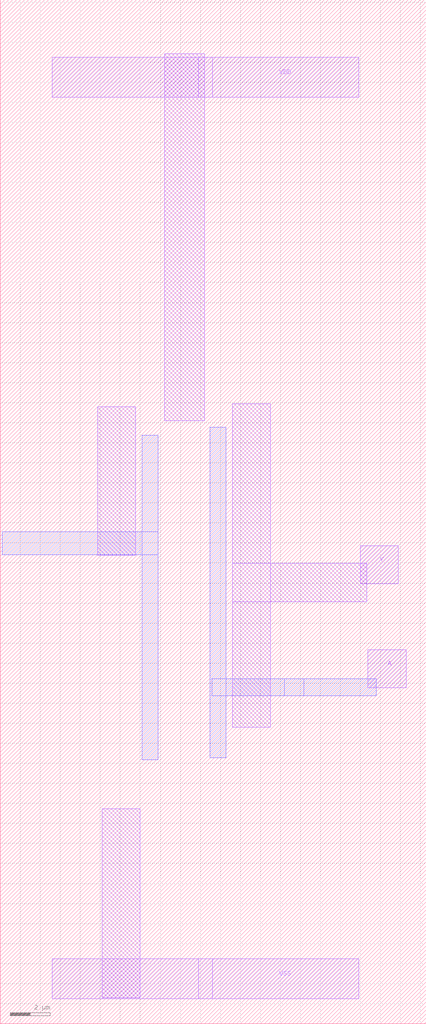
<source format=lef>
MACRO Nand
	CLASS core ;
	FOREIGN Nand 0.000 0.000 ;
	ORIGIN 0.000 0.000 ;
	SYMMETRY X Y ;
	SITE CoreSite ;
	SIZE 21.289 BY 51.103 ;

	PIN A
		DIRECTION INPUT ;
		USE SIGNAL ;
		PORT
			LAYER M1 ;
			RECT 18.380 16.775 20.280 18.675 ;
		END
	END A

	PIN B
		DIRECTION INPUT ;
		USE SIGNAL ;
		PORT
			LAYER M1;
			RECT -0.180 24.068 1.720 25.968 ;
		END
	END B

	PIN Y
		DIRECTION OUTPUT ;
		USE SIGNAL ;
		PORT 
			LAYER M1 ;
			RECT 17.988 21.970 19.888 23.870 ;
		END
	END Y

	PIN VDD
		DIRECTION INOUT ;
		USE POWER ;
		PORT
			LAYER M1 ;
			RECT 2.600 46.247 10.600 48.247 ;
			RECT 9.919 46.250 17.919 48.250 ;
		END
	END VDD

	PIN VSS
		DIRECTION INOUT ;
		USE GROUND ;
		PORT
			LAYER M1 ;
			RECT 2.600 1.247 10.600 3.247 ;
			RECT 9.919 1.250 17.919 3.250 ;
		END
	END VSS

	OBS
		LAYER M1 ;
			RECT 8.216 30.108 10.219 48.426 ;
			RECT 4.875 23.396 6.775 30.802 ;
			RECT 11.603 14.797 13.503 30.937 ;
			RECT 11.608 21.072 18.307 22.980 ;
			RECT 5.089 1.292 6.989 10.727 ;
		LAYER POLY1 ;
			RECT 0.096 23.421 7.882 24.553 ;
			RECT 7.084 13.182 7.884 29.383 ;
			RECT 10.479 13.273 11.279 29.779 ;
			RECT 10.591 16.362 15.183 17.227 ;
			RECT 14.211 16.363 18.803 17.228 ;
	END
END NAND


</source>
